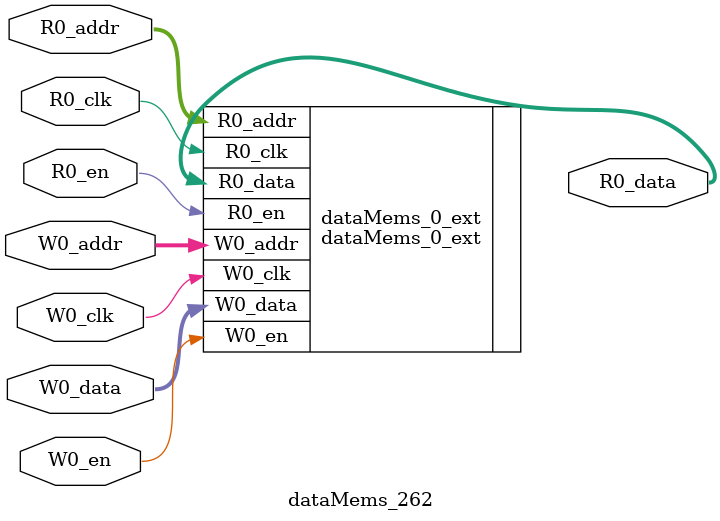
<source format=sv>
`ifndef RANDOMIZE
  `ifdef RANDOMIZE_REG_INIT
    `define RANDOMIZE
  `endif // RANDOMIZE_REG_INIT
`endif // not def RANDOMIZE
`ifndef RANDOMIZE
  `ifdef RANDOMIZE_MEM_INIT
    `define RANDOMIZE
  `endif // RANDOMIZE_MEM_INIT
`endif // not def RANDOMIZE

`ifndef RANDOM
  `define RANDOM $random
`endif // not def RANDOM

// Users can define 'PRINTF_COND' to add an extra gate to prints.
`ifndef PRINTF_COND_
  `ifdef PRINTF_COND
    `define PRINTF_COND_ (`PRINTF_COND)
  `else  // PRINTF_COND
    `define PRINTF_COND_ 1
  `endif // PRINTF_COND
`endif // not def PRINTF_COND_

// Users can define 'ASSERT_VERBOSE_COND' to add an extra gate to assert error printing.
`ifndef ASSERT_VERBOSE_COND_
  `ifdef ASSERT_VERBOSE_COND
    `define ASSERT_VERBOSE_COND_ (`ASSERT_VERBOSE_COND)
  `else  // ASSERT_VERBOSE_COND
    `define ASSERT_VERBOSE_COND_ 1
  `endif // ASSERT_VERBOSE_COND
`endif // not def ASSERT_VERBOSE_COND_

// Users can define 'STOP_COND' to add an extra gate to stop conditions.
`ifndef STOP_COND_
  `ifdef STOP_COND
    `define STOP_COND_ (`STOP_COND)
  `else  // STOP_COND
    `define STOP_COND_ 1
  `endif // STOP_COND
`endif // not def STOP_COND_

// Users can define INIT_RANDOM as general code that gets injected into the
// initializer block for modules with registers.
`ifndef INIT_RANDOM
  `define INIT_RANDOM
`endif // not def INIT_RANDOM

// If using random initialization, you can also define RANDOMIZE_DELAY to
// customize the delay used, otherwise 0.002 is used.
`ifndef RANDOMIZE_DELAY
  `define RANDOMIZE_DELAY 0.002
`endif // not def RANDOMIZE_DELAY

// Define INIT_RANDOM_PROLOG_ for use in our modules below.
`ifndef INIT_RANDOM_PROLOG_
  `ifdef RANDOMIZE
    `ifdef VERILATOR
      `define INIT_RANDOM_PROLOG_ `INIT_RANDOM
    `else  // VERILATOR
      `define INIT_RANDOM_PROLOG_ `INIT_RANDOM #`RANDOMIZE_DELAY begin end
    `endif // VERILATOR
  `else  // RANDOMIZE
    `define INIT_RANDOM_PROLOG_
  `endif // RANDOMIZE
`endif // not def INIT_RANDOM_PROLOG_

// Include register initializers in init blocks unless synthesis is set
`ifndef SYNTHESIS
  `ifndef ENABLE_INITIAL_REG_
    `define ENABLE_INITIAL_REG_
  `endif // not def ENABLE_INITIAL_REG_
`endif // not def SYNTHESIS

// Include rmemory initializers in init blocks unless synthesis is set
`ifndef SYNTHESIS
  `ifndef ENABLE_INITIAL_MEM_
    `define ENABLE_INITIAL_MEM_
  `endif // not def ENABLE_INITIAL_MEM_
`endif // not def SYNTHESIS

module dataMems_262(	// @[generators/ara/src/main/scala/UnsafeAXI4ToTL.scala:365:62]
  input  [4:0]  R0_addr,
  input         R0_en,
  input         R0_clk,
  output [66:0] R0_data,
  input  [4:0]  W0_addr,
  input         W0_en,
  input         W0_clk,
  input  [66:0] W0_data
);

  dataMems_0_ext dataMems_0_ext (	// @[generators/ara/src/main/scala/UnsafeAXI4ToTL.scala:365:62]
    .R0_addr (R0_addr),
    .R0_en   (R0_en),
    .R0_clk  (R0_clk),
    .R0_data (R0_data),
    .W0_addr (W0_addr),
    .W0_en   (W0_en),
    .W0_clk  (W0_clk),
    .W0_data (W0_data)
  );
endmodule


</source>
